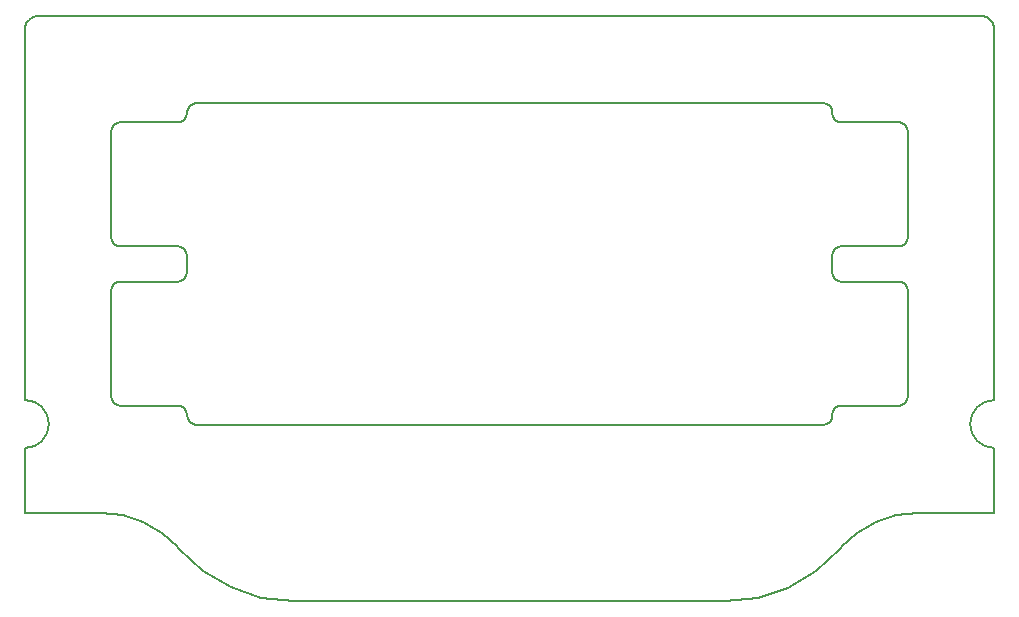
<source format=gbr>
G04 #@! TF.GenerationSoftware,KiCad,Pcbnew,5.0.2-bee76a0~70~ubuntu18.04.1*
G04 #@! TF.CreationDate,2019-04-15T09:41:49+02:00*
G04 #@! TF.ProjectId,DIMMTop,44494d4d-546f-4702-9e6b-696361645f70,rev?*
G04 #@! TF.SameCoordinates,Original*
G04 #@! TF.FileFunction,Profile,NP*
%FSLAX46Y46*%
G04 Gerber Fmt 4.6, Leading zero omitted, Abs format (unit mm)*
G04 Created by KiCad (PCBNEW 5.0.2-bee76a0~70~ubuntu18.04.1) date Mo 15 Apr 2019 09:41:49 CEST*
%MOMM*%
%LPD*%
G01*
G04 APERTURE LIST*
%ADD10C,0.200000*%
G04 APERTURE END LIST*
D10*
X127326658Y-88137447D02*
X127326658Y-88147147D01*
X127263758Y-87826050D02*
X127326658Y-88137447D01*
X68262604Y-102460452D02*
X69462606Y-102460452D01*
X133492378Y-102694778D02*
X133663818Y-102949067D01*
X133238088Y-102523332D02*
X133492378Y-102694778D01*
X127986424Y-125075714D02*
X128019924Y-125036824D01*
X66262609Y-103260454D02*
X66325479Y-102949057D01*
X127326658Y-113799367D02*
X127263758Y-114110764D01*
X127326658Y-113789667D02*
X127326658Y-113799367D01*
X59000000Y-112529374D02*
X59773905Y-112687544D01*
X71862611Y-102460452D02*
X72174004Y-102397582D01*
X68973798Y-122792317D02*
X70536518Y-123714336D01*
X132926698Y-112960465D02*
X131726698Y-112960465D01*
X133238088Y-112897595D02*
X132926698Y-112960465D01*
X118266154Y-129518984D02*
X121003724Y-129224522D01*
X127326668Y-100276455D02*
X127326668Y-100622456D01*
X127326668Y-100276455D02*
X127326668Y-100276455D01*
X130526698Y-112960465D02*
X129326698Y-112960465D01*
X131726698Y-112960465D02*
X130526698Y-112960465D01*
X127561008Y-102226146D02*
X127815298Y-102397592D01*
X127389568Y-101971857D02*
X127561008Y-102226146D01*
X133726718Y-112160454D02*
X133663818Y-112471853D01*
X133726718Y-109935457D02*
X133726718Y-112160454D01*
X68262605Y-112960465D02*
X67062602Y-112960465D01*
X72662612Y-101660450D02*
X72662612Y-101660450D01*
X59773905Y-112687544D02*
X60405566Y-113114932D01*
X127326668Y-88156947D02*
X127326668Y-88166647D01*
X127326658Y-88147147D02*
X127326668Y-88156947D01*
X133492378Y-89210765D02*
X133663818Y-89465054D01*
X133238088Y-89039319D02*
X133492378Y-89210765D01*
X140977014Y-116514124D02*
X140207534Y-116352176D01*
X72662613Y-113779969D02*
X72662613Y-113770169D01*
X130526698Y-99476453D02*
X129326698Y-99476453D01*
X131726698Y-99476453D02*
X130526698Y-99476453D01*
X72428294Y-99710768D02*
X72174004Y-99539322D01*
X72599742Y-99965057D02*
X72428294Y-99710768D01*
X71981780Y-125074434D02*
X72014730Y-125112544D01*
X71948830Y-125036324D02*
X71981780Y-125074434D01*
X140974014Y-122021794D02*
X140974764Y-120644877D01*
X128053424Y-124997934D02*
X128086924Y-124959044D01*
X71862611Y-88976449D02*
X72174004Y-88913579D01*
X70662609Y-88976449D02*
X71862611Y-88976449D01*
X130526698Y-102460462D02*
X131726698Y-102460462D01*
X129326698Y-102460462D02*
X130526698Y-102460462D01*
X127561008Y-88742133D02*
X127815298Y-88913579D01*
X127389568Y-88487844D02*
X127561008Y-88742133D01*
X66262609Y-109935454D02*
X66262609Y-107710454D01*
X113260628Y-87337445D02*
X119893628Y-87337445D01*
X106627618Y-87337445D02*
X113260628Y-87337445D01*
X80095615Y-114599371D02*
X73462615Y-114599371D01*
X66262609Y-105485454D02*
X66262609Y-103260454D01*
X66262609Y-107710454D02*
X66262609Y-105485454D01*
X72662612Y-100968452D02*
X72662612Y-100622453D01*
X72662612Y-101314451D02*
X72662612Y-100968452D01*
X113260628Y-114599369D02*
X106627618Y-114599369D01*
X119893628Y-114599369D02*
X113260628Y-114599369D01*
X72662612Y-88176447D02*
X72662612Y-88166647D01*
X72599742Y-88487844D02*
X72662612Y-88176447D01*
X133726718Y-89776451D02*
X133726718Y-92001451D01*
X133663818Y-89465054D02*
X133726718Y-89776451D01*
X132926698Y-88976449D02*
X133238088Y-89039319D01*
X131726698Y-88976449D02*
X132926698Y-88976449D01*
X70662609Y-102460452D02*
X71862611Y-102460452D01*
X66496923Y-89210765D02*
X66751210Y-89039319D01*
X66325479Y-89465054D02*
X66496923Y-89210765D01*
X133492378Y-99242137D02*
X133238088Y-99413583D01*
X133663818Y-98987848D02*
X133492378Y-99242137D01*
X127326668Y-100968458D02*
X127326668Y-101314459D01*
X127326668Y-100622456D02*
X127326668Y-100968458D01*
X72662613Y-113760469D02*
X72599743Y-113449068D01*
X139367134Y-122022044D02*
X140974014Y-122021794D01*
X86728615Y-114599371D02*
X80095615Y-114599371D01*
X59998895Y-79991816D02*
X59610098Y-80070246D01*
X72662613Y-113770169D02*
X72662613Y-113760469D01*
X139580284Y-115924042D02*
X139157894Y-115292916D01*
X60405566Y-113114932D02*
X60831311Y-113747701D01*
X73151218Y-114536501D02*
X72896929Y-114365055D01*
X66751210Y-102523322D02*
X67062601Y-102460452D01*
X69462607Y-112960465D02*
X68262605Y-112960465D01*
X127326668Y-113760467D02*
X127326668Y-113770167D01*
X127389568Y-113449070D02*
X127326668Y-113760467D01*
X74035570Y-126981497D02*
X76379949Y-128364800D01*
X72174004Y-102397582D02*
X72428294Y-102226136D01*
X133492378Y-112726145D02*
X133238088Y-112897595D01*
X133663818Y-112471853D02*
X133492378Y-112726145D01*
X66496925Y-112726145D02*
X66325479Y-112471853D01*
X126526638Y-87337445D02*
X126838028Y-87400315D01*
X119893628Y-87337445D02*
X126526638Y-87337445D01*
X59000000Y-104644583D02*
X59000000Y-112529374D01*
X128126698Y-112960465D02*
X127815298Y-113023335D01*
X129326698Y-112960465D02*
X128126698Y-112960465D01*
X72662612Y-100276454D02*
X72662612Y-100276454D01*
X72662612Y-100276454D02*
X72662612Y-100276454D01*
X66262609Y-89776451D02*
X66325479Y-89465054D01*
X66262609Y-92001451D02*
X66262609Y-89776451D01*
X121003724Y-129224522D02*
X123587434Y-128366614D01*
X66262609Y-98676450D02*
X66262609Y-96451450D01*
X66325479Y-98987847D02*
X66262609Y-98676450D01*
X59078500Y-80601496D02*
X59000000Y-80990209D01*
X59292584Y-80284157D02*
X59078500Y-80601496D01*
X59000000Y-96759792D02*
X59000000Y-104644583D01*
X93361615Y-114599371D02*
X86728615Y-114599371D01*
X127561008Y-113194781D02*
X127389568Y-113449070D01*
X127815298Y-113023335D02*
X127561008Y-113194781D01*
X59000000Y-80990209D02*
X59000000Y-88875000D01*
X127326668Y-113779967D02*
X127326658Y-113789667D01*
X127326668Y-113770167D02*
X127326668Y-113779967D01*
X60987470Y-114522014D02*
X60831461Y-115296494D01*
X69462606Y-99476452D02*
X68262604Y-99476452D01*
X70662609Y-99476452D02*
X69462606Y-99476452D01*
X72662612Y-100276454D02*
X72599742Y-99965057D01*
X72662612Y-100276454D02*
X72662612Y-100276454D01*
X72428294Y-88742133D02*
X72599742Y-88487844D01*
X72174004Y-88913579D02*
X72428294Y-88742133D01*
X69462606Y-102460452D02*
X70662609Y-102460452D01*
X127092308Y-114365053D02*
X126838028Y-114536499D01*
X127263758Y-114110764D02*
X127092308Y-114365053D01*
X127326668Y-88176447D02*
X127389568Y-88487844D01*
X127326668Y-88166647D02*
X127326668Y-88176447D01*
X109124594Y-129518984D02*
X118266154Y-129518984D01*
X132926698Y-99476453D02*
X131726698Y-99476453D01*
X133238088Y-99413583D02*
X132926698Y-99476453D01*
X71915880Y-124998214D02*
X71948830Y-125036324D01*
X66262609Y-94226451D02*
X66262609Y-92001451D01*
X66262609Y-96451450D02*
X66262609Y-94226451D01*
X133726718Y-107710459D02*
X133726718Y-109935457D01*
X133726718Y-105485462D02*
X133726718Y-107710459D01*
X128126698Y-99476453D02*
X127815298Y-99539323D01*
X129326698Y-99476453D02*
X128126698Y-99476453D01*
X67062601Y-88976449D02*
X68262604Y-88976449D01*
X66751210Y-89039319D02*
X67062601Y-88976449D01*
X72662612Y-101660450D02*
X72662612Y-101314451D01*
X72662612Y-101660450D02*
X72662612Y-101660450D01*
X72662612Y-88137447D02*
X72725482Y-87826050D01*
X72662612Y-88147147D02*
X72662612Y-88137447D01*
X127326668Y-101660460D02*
X127389568Y-101971857D01*
X127326668Y-101660460D02*
X127326668Y-101660460D01*
X126526638Y-114599369D02*
X119893628Y-114599369D01*
X126838028Y-114536499D02*
X126526638Y-114599369D01*
X99994614Y-87337445D02*
X106627618Y-87337445D01*
X93361614Y-87337445D02*
X99994614Y-87337445D01*
X69462606Y-88976449D02*
X70662609Y-88976449D01*
X68262604Y-88976449D02*
X69462606Y-88976449D01*
X67062602Y-112960465D02*
X66751211Y-112897595D01*
X73462615Y-114599371D02*
X73151218Y-114536501D01*
X140974764Y-120644877D02*
X140975514Y-119267959D01*
X140975514Y-119267959D02*
X140976264Y-117891042D01*
X66496923Y-102694768D02*
X66751210Y-102523322D01*
X123587434Y-128366614D02*
X125932194Y-126983797D01*
X66496924Y-99242136D02*
X66325479Y-98987847D01*
X66751210Y-99413582D02*
X66496924Y-99242136D01*
X66262609Y-112160454D02*
X66262609Y-109935454D01*
X70662610Y-112960465D02*
X69462607Y-112960465D01*
X133726718Y-103260464D02*
X133726718Y-105485462D01*
X133663818Y-102949067D02*
X133726718Y-103260464D01*
X127326668Y-100276455D02*
X127326668Y-100276455D01*
X127389568Y-99965058D02*
X127326668Y-100276455D01*
X71882930Y-124960104D02*
X71915880Y-124998214D01*
X139157894Y-115292916D02*
X139002964Y-114521994D01*
X140207534Y-116352176D02*
X139580284Y-115924042D01*
X72014730Y-125112544D02*
X74035570Y-126981497D01*
X127952924Y-125114604D02*
X127986424Y-125075714D01*
X72896928Y-87571761D02*
X73151217Y-87400315D01*
X72725482Y-87826050D02*
X72896928Y-87571761D01*
X127092308Y-87571761D02*
X127263758Y-87826050D01*
X126838028Y-87400315D02*
X127092308Y-87571761D01*
X133726718Y-98676451D02*
X133663818Y-98987848D01*
X133726718Y-96451451D02*
X133726718Y-98676451D01*
X72725483Y-114110766D02*
X72662613Y-113799369D01*
X66325479Y-112471853D02*
X66262609Y-112160454D01*
X67251533Y-122219868D02*
X68973798Y-122792317D01*
X129436104Y-123713095D02*
X131000104Y-122791267D01*
X130526698Y-88976449D02*
X131726698Y-88976449D01*
X129326698Y-88976449D02*
X130526698Y-88976449D01*
X128086924Y-124959044D02*
X129436104Y-123713095D01*
X72599743Y-113449068D02*
X72428295Y-113194779D01*
X72599742Y-101971847D02*
X72662612Y-101660450D01*
X60831311Y-113747701D02*
X60987470Y-114522014D01*
X106627618Y-114599369D02*
X99994615Y-114599371D01*
X66325479Y-102949057D02*
X66496923Y-102694768D01*
X70536518Y-123714336D02*
X71882930Y-124960104D01*
X99983032Y-129518984D02*
X109124594Y-129518984D01*
X72662613Y-113799369D02*
X72662613Y-113789669D01*
X60405749Y-115929432D02*
X59774031Y-116356951D01*
X59774031Y-116356951D02*
X59000000Y-116515174D01*
X76379949Y-128364800D02*
X78963013Y-129223585D01*
X140976264Y-117891042D02*
X140977014Y-116514124D01*
X127326668Y-101660460D02*
X127326668Y-101660460D01*
X127326668Y-101314459D02*
X127326668Y-101660460D01*
X71862611Y-99476452D02*
X70662609Y-99476452D01*
X72174004Y-99539322D02*
X71862611Y-99476452D01*
X60831461Y-115296494D02*
X60405749Y-115929432D01*
X127561008Y-99710769D02*
X127389568Y-99965058D01*
X127815298Y-99539323D02*
X127561008Y-99710769D01*
X132926698Y-102460462D02*
X133238088Y-102523332D01*
X131726698Y-102460462D02*
X132926698Y-102460462D01*
X73462614Y-87337445D02*
X80095614Y-87337445D01*
X73151217Y-87400315D02*
X73462614Y-87337445D01*
X72428294Y-102226136D02*
X72599742Y-101971847D01*
X72662612Y-100276454D02*
X72662612Y-100276454D01*
X72662612Y-100622453D02*
X72662612Y-100276454D01*
X59000000Y-117891834D02*
X59000000Y-119268494D01*
X133726718Y-94226451D02*
X133726718Y-96451451D01*
X133726718Y-92001451D02*
X133726718Y-94226451D01*
X140981044Y-104644945D02*
X140984044Y-96760027D01*
X59610098Y-80070246D02*
X59292584Y-80284157D01*
X81699910Y-129518984D02*
X90841471Y-129518984D01*
X71862612Y-112960465D02*
X70662610Y-112960465D01*
X140984044Y-96760027D02*
X140987044Y-88875108D01*
X62213245Y-122022314D02*
X63819868Y-122022564D01*
X65426490Y-122022814D02*
X67251533Y-122219868D01*
X139580654Y-113119587D02*
X140208234Y-112691520D01*
X72662613Y-113789669D02*
X72662613Y-113779969D01*
X59000000Y-120645154D02*
X59000000Y-122021814D01*
X128019924Y-125036824D02*
X128053424Y-124997934D01*
X59000000Y-122021814D02*
X60606622Y-122022064D01*
X128126698Y-88976449D02*
X129326698Y-88976449D01*
X127815298Y-88913579D02*
X128126698Y-88976449D01*
X127326668Y-101660460D02*
X127326668Y-101660460D01*
X127326668Y-101660460D02*
X127326668Y-101660460D01*
X66751211Y-112897595D02*
X66496925Y-112726145D01*
X63819868Y-122022564D02*
X65426490Y-122022814D01*
X72428295Y-113194779D02*
X72174005Y-113023335D01*
X127326668Y-100276455D02*
X127326668Y-100276455D01*
X127326668Y-100276455D02*
X127326668Y-100276455D01*
X60606622Y-122022064D02*
X62213245Y-122022314D01*
X72896929Y-114365055D02*
X72725483Y-114110766D01*
X86728614Y-87337445D02*
X93361614Y-87337445D01*
X80095614Y-87337445D02*
X86728614Y-87337445D01*
X134546494Y-122022794D02*
X136153374Y-122022544D01*
X128126698Y-102460462D02*
X129326698Y-102460462D01*
X127815298Y-102397592D02*
X128126698Y-102460462D01*
X132722404Y-122219264D02*
X134546494Y-122022794D01*
X67062601Y-99476452D02*
X66751210Y-99413582D01*
X68262604Y-99476452D02*
X67062601Y-99476452D01*
X72662612Y-101660450D02*
X72662612Y-101660450D01*
X72662612Y-101660450D02*
X72662612Y-101660450D01*
X140379954Y-80070226D02*
X139991154Y-79991796D01*
X79996633Y-79991796D02*
X59998895Y-79991816D01*
X139157994Y-113750825D02*
X139580654Y-113119587D01*
X139002964Y-114521994D02*
X139157994Y-113750825D01*
X140990044Y-80990189D02*
X140911544Y-80601476D01*
X67062601Y-102460452D02*
X68262604Y-102460452D01*
X139991154Y-79991796D02*
X119992109Y-79991796D01*
X99994372Y-79991796D02*
X79996633Y-79991796D01*
X119992109Y-79991796D02*
X99994372Y-79991796D01*
X140208234Y-112691520D02*
X140978044Y-112529864D01*
X140987044Y-88875108D02*
X140990044Y-80990189D01*
X125932194Y-126983797D02*
X127952924Y-125114604D01*
X78963013Y-129223585D02*
X81699910Y-129518984D01*
X140978044Y-112529864D02*
X140981044Y-104644945D01*
X140697464Y-80284137D02*
X140379954Y-80070226D01*
X136153374Y-122022544D02*
X137760254Y-122022294D01*
X137760254Y-122022294D02*
X139367134Y-122022044D01*
X140911544Y-80601476D02*
X140697464Y-80284137D01*
X72662612Y-88156947D02*
X72662612Y-88147147D01*
X72662612Y-88166647D02*
X72662612Y-88156947D01*
X90841471Y-129518984D02*
X99983032Y-129518984D01*
X99994615Y-114599371D02*
X93361615Y-114599371D01*
X59000000Y-119268494D02*
X59000000Y-120645154D01*
X131000104Y-122791267D02*
X132722404Y-122219264D01*
X72174005Y-113023335D02*
X71862612Y-112960465D01*
X59000000Y-116515174D02*
X59000000Y-117891834D01*
X59000000Y-88875000D02*
X59000000Y-96759792D01*
M02*

</source>
